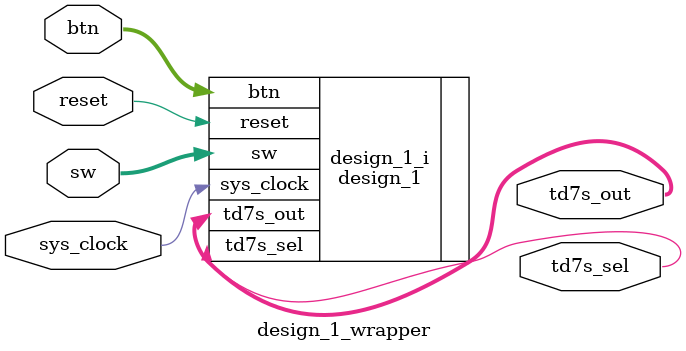
<source format=v>
`timescale 1 ps / 1 ps

module design_1_wrapper
   (btn,
    reset,
    sw,
    sys_clock,
    td7s_out,
    td7s_sel);
  input [3:0]btn;
  input reset;
  input [3:0]sw;
  input sys_clock;
  output [6:0]td7s_out;
  output td7s_sel;

  wire [3:0]btn;
  wire reset;
  wire [3:0]sw;
  wire sys_clock;
  wire [6:0]td7s_out;
  wire td7s_sel;

  design_1 design_1_i
       (.btn(btn),
        .reset(reset),
        .sw(sw),
        .sys_clock(sys_clock),
        .td7s_out(td7s_out),
        .td7s_sel(td7s_sel));
endmodule

</source>
